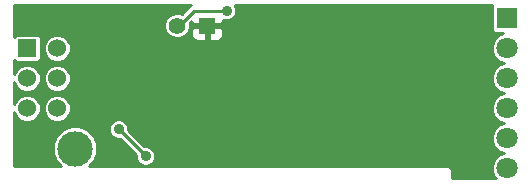
<source format=gbl>
G04 (created by PCBNEW (2013-07-07 BZR 4022)-stable) date 28/01/2014 11:02:56*
%MOIN*%
G04 Gerber Fmt 3.4, Leading zero omitted, Abs format*
%FSLAX34Y34*%
G01*
G70*
G90*
G04 APERTURE LIST*
%ADD10C,0.00590551*%
%ADD11R,0.055X0.055*%
%ADD12C,0.055*%
%ADD13R,0.06X0.06*%
%ADD14C,0.06*%
%ADD15R,0.0708661X0.0708661*%
%ADD16C,0.0708661*%
%ADD17C,0.11811*%
%ADD18C,0.035*%
%ADD19C,0.01*%
G04 APERTURE END LIST*
G54D10*
G54D11*
X76000Y-60250D03*
G54D12*
X75000Y-60250D03*
G54D13*
X70000Y-61000D03*
G54D14*
X71000Y-61000D03*
X70000Y-62000D03*
X71000Y-62000D03*
X70000Y-63000D03*
X71000Y-63000D03*
G54D15*
X86000Y-60000D03*
G54D16*
X86000Y-61000D03*
X86000Y-62000D03*
X86000Y-63000D03*
X86000Y-64000D03*
X86000Y-65000D03*
G54D17*
X71600Y-64350D03*
G54D18*
X73950Y-64600D03*
X73050Y-63700D03*
X76650Y-59750D03*
X72500Y-61500D03*
X77750Y-63000D03*
X77750Y-61500D03*
X84750Y-63250D03*
X84750Y-60250D03*
X84700Y-64500D03*
X84750Y-61500D03*
X78850Y-60900D03*
X78850Y-63850D03*
X72850Y-62400D03*
X76300Y-64300D03*
G54D19*
X73050Y-63700D02*
X73950Y-64600D01*
X75050Y-60250D02*
X75000Y-60250D01*
X75550Y-59750D02*
X75050Y-60250D01*
X76650Y-59750D02*
X75550Y-59750D01*
G54D10*
G36*
X85889Y-64500D02*
X85714Y-64572D01*
X85572Y-64713D01*
X85495Y-64899D01*
X85495Y-65099D01*
X85572Y-65285D01*
X85617Y-65330D01*
X84169Y-65330D01*
X84169Y-65100D01*
X84156Y-65035D01*
X84119Y-64980D01*
X84064Y-64943D01*
X84000Y-64930D01*
X76525Y-64930D01*
X76525Y-60475D01*
X76525Y-60362D01*
X76462Y-60300D01*
X76050Y-60300D01*
X76050Y-60712D01*
X76112Y-60775D01*
X76324Y-60775D01*
X76416Y-60737D01*
X76486Y-60666D01*
X76524Y-60574D01*
X76525Y-60475D01*
X76525Y-64930D01*
X75950Y-64930D01*
X75950Y-60712D01*
X75950Y-60300D01*
X75537Y-60300D01*
X75475Y-60362D01*
X75474Y-60475D01*
X75475Y-60574D01*
X75513Y-60666D01*
X75583Y-60737D01*
X75675Y-60775D01*
X75887Y-60775D01*
X75950Y-60712D01*
X75950Y-64930D01*
X74275Y-64930D01*
X74275Y-64535D01*
X74225Y-64416D01*
X74134Y-64324D01*
X74014Y-64275D01*
X73907Y-64274D01*
X73374Y-63742D01*
X73375Y-63635D01*
X73325Y-63516D01*
X73234Y-63424D01*
X73114Y-63375D01*
X72985Y-63374D01*
X72866Y-63424D01*
X72774Y-63515D01*
X72725Y-63635D01*
X72724Y-63764D01*
X72774Y-63883D01*
X72865Y-63975D01*
X72985Y-64024D01*
X73092Y-64025D01*
X73625Y-64557D01*
X73624Y-64664D01*
X73674Y-64783D01*
X73765Y-64875D01*
X73885Y-64924D01*
X74014Y-64925D01*
X74133Y-64875D01*
X74225Y-64784D01*
X74274Y-64664D01*
X74275Y-64535D01*
X74275Y-64930D01*
X72066Y-64930D01*
X72227Y-64770D01*
X72340Y-64497D01*
X72340Y-64203D01*
X72228Y-63931D01*
X72020Y-63722D01*
X71747Y-63609D01*
X71453Y-63609D01*
X71450Y-63610D01*
X71450Y-62910D01*
X71450Y-61910D01*
X71450Y-60910D01*
X71381Y-60745D01*
X71255Y-60618D01*
X71089Y-60550D01*
X70910Y-60549D01*
X70745Y-60618D01*
X70618Y-60744D01*
X70550Y-60910D01*
X70549Y-61089D01*
X70618Y-61254D01*
X70744Y-61381D01*
X70910Y-61449D01*
X71089Y-61450D01*
X71254Y-61381D01*
X71381Y-61255D01*
X71449Y-61089D01*
X71450Y-60910D01*
X71450Y-61910D01*
X71381Y-61745D01*
X71255Y-61618D01*
X71089Y-61550D01*
X70910Y-61549D01*
X70745Y-61618D01*
X70618Y-61744D01*
X70550Y-61910D01*
X70549Y-62089D01*
X70618Y-62254D01*
X70744Y-62381D01*
X70910Y-62449D01*
X71089Y-62450D01*
X71254Y-62381D01*
X71381Y-62255D01*
X71449Y-62089D01*
X71450Y-61910D01*
X71450Y-62910D01*
X71381Y-62745D01*
X71255Y-62618D01*
X71089Y-62550D01*
X70910Y-62549D01*
X70745Y-62618D01*
X70618Y-62744D01*
X70550Y-62910D01*
X70549Y-63089D01*
X70618Y-63254D01*
X70744Y-63381D01*
X70910Y-63449D01*
X71089Y-63450D01*
X71254Y-63381D01*
X71381Y-63255D01*
X71449Y-63089D01*
X71450Y-62910D01*
X71450Y-63610D01*
X71181Y-63721D01*
X70972Y-63929D01*
X70859Y-64202D01*
X70859Y-64496D01*
X70971Y-64768D01*
X71132Y-64930D01*
X69569Y-64930D01*
X69569Y-63136D01*
X69618Y-63254D01*
X69744Y-63381D01*
X69910Y-63449D01*
X70089Y-63450D01*
X70254Y-63381D01*
X70381Y-63255D01*
X70449Y-63089D01*
X70450Y-62910D01*
X70381Y-62745D01*
X70255Y-62618D01*
X70089Y-62550D01*
X69910Y-62549D01*
X69745Y-62618D01*
X69618Y-62744D01*
X69569Y-62862D01*
X69569Y-62136D01*
X69618Y-62254D01*
X69744Y-62381D01*
X69910Y-62449D01*
X70089Y-62450D01*
X70254Y-62381D01*
X70381Y-62255D01*
X70449Y-62089D01*
X70450Y-61910D01*
X70381Y-61745D01*
X70255Y-61618D01*
X70089Y-61550D01*
X69910Y-61549D01*
X69745Y-61618D01*
X69618Y-61744D01*
X69569Y-61862D01*
X69569Y-61377D01*
X69572Y-61384D01*
X69614Y-61427D01*
X69670Y-61449D01*
X69729Y-61450D01*
X70329Y-61450D01*
X70384Y-61427D01*
X70427Y-61385D01*
X70449Y-61329D01*
X70450Y-61270D01*
X70450Y-60670D01*
X70427Y-60615D01*
X70385Y-60572D01*
X70329Y-60550D01*
X70270Y-60549D01*
X69670Y-60549D01*
X69615Y-60572D01*
X69572Y-60614D01*
X69569Y-60622D01*
X69569Y-59569D01*
X75466Y-59569D01*
X75408Y-59608D01*
X75160Y-59856D01*
X75084Y-59825D01*
X74915Y-59824D01*
X74759Y-59889D01*
X74639Y-60008D01*
X74575Y-60165D01*
X74574Y-60334D01*
X74639Y-60490D01*
X74758Y-60610D01*
X74915Y-60674D01*
X75084Y-60675D01*
X75240Y-60610D01*
X75360Y-60491D01*
X75424Y-60334D01*
X75425Y-60165D01*
X75422Y-60160D01*
X75474Y-60107D01*
X75475Y-60137D01*
X75537Y-60200D01*
X75950Y-60200D01*
X75950Y-60192D01*
X76050Y-60192D01*
X76050Y-60200D01*
X76462Y-60200D01*
X76525Y-60137D01*
X76525Y-60050D01*
X76585Y-60074D01*
X76714Y-60075D01*
X76833Y-60025D01*
X76925Y-59934D01*
X76974Y-59814D01*
X76975Y-59685D01*
X76927Y-59569D01*
X85514Y-59569D01*
X85495Y-59615D01*
X85495Y-59675D01*
X85495Y-60384D01*
X85518Y-60439D01*
X85560Y-60481D01*
X85615Y-60504D01*
X85675Y-60504D01*
X85878Y-60504D01*
X85714Y-60572D01*
X85572Y-60713D01*
X85495Y-60899D01*
X85495Y-61099D01*
X85572Y-61285D01*
X85713Y-61427D01*
X85889Y-61500D01*
X85714Y-61572D01*
X85572Y-61713D01*
X85495Y-61899D01*
X85495Y-62099D01*
X85572Y-62285D01*
X85713Y-62427D01*
X85889Y-62500D01*
X85714Y-62572D01*
X85572Y-62713D01*
X85495Y-62899D01*
X85495Y-63099D01*
X85572Y-63285D01*
X85713Y-63427D01*
X85889Y-63500D01*
X85714Y-63572D01*
X85572Y-63713D01*
X85495Y-63899D01*
X85495Y-64099D01*
X85572Y-64285D01*
X85713Y-64427D01*
X85889Y-64500D01*
X85889Y-64500D01*
G37*
G54D19*
X85889Y-64500D02*
X85714Y-64572D01*
X85572Y-64713D01*
X85495Y-64899D01*
X85495Y-65099D01*
X85572Y-65285D01*
X85617Y-65330D01*
X84169Y-65330D01*
X84169Y-65100D01*
X84156Y-65035D01*
X84119Y-64980D01*
X84064Y-64943D01*
X84000Y-64930D01*
X76525Y-64930D01*
X76525Y-60475D01*
X76525Y-60362D01*
X76462Y-60300D01*
X76050Y-60300D01*
X76050Y-60712D01*
X76112Y-60775D01*
X76324Y-60775D01*
X76416Y-60737D01*
X76486Y-60666D01*
X76524Y-60574D01*
X76525Y-60475D01*
X76525Y-64930D01*
X75950Y-64930D01*
X75950Y-60712D01*
X75950Y-60300D01*
X75537Y-60300D01*
X75475Y-60362D01*
X75474Y-60475D01*
X75475Y-60574D01*
X75513Y-60666D01*
X75583Y-60737D01*
X75675Y-60775D01*
X75887Y-60775D01*
X75950Y-60712D01*
X75950Y-64930D01*
X74275Y-64930D01*
X74275Y-64535D01*
X74225Y-64416D01*
X74134Y-64324D01*
X74014Y-64275D01*
X73907Y-64274D01*
X73374Y-63742D01*
X73375Y-63635D01*
X73325Y-63516D01*
X73234Y-63424D01*
X73114Y-63375D01*
X72985Y-63374D01*
X72866Y-63424D01*
X72774Y-63515D01*
X72725Y-63635D01*
X72724Y-63764D01*
X72774Y-63883D01*
X72865Y-63975D01*
X72985Y-64024D01*
X73092Y-64025D01*
X73625Y-64557D01*
X73624Y-64664D01*
X73674Y-64783D01*
X73765Y-64875D01*
X73885Y-64924D01*
X74014Y-64925D01*
X74133Y-64875D01*
X74225Y-64784D01*
X74274Y-64664D01*
X74275Y-64535D01*
X74275Y-64930D01*
X72066Y-64930D01*
X72227Y-64770D01*
X72340Y-64497D01*
X72340Y-64203D01*
X72228Y-63931D01*
X72020Y-63722D01*
X71747Y-63609D01*
X71453Y-63609D01*
X71450Y-63610D01*
X71450Y-62910D01*
X71450Y-61910D01*
X71450Y-60910D01*
X71381Y-60745D01*
X71255Y-60618D01*
X71089Y-60550D01*
X70910Y-60549D01*
X70745Y-60618D01*
X70618Y-60744D01*
X70550Y-60910D01*
X70549Y-61089D01*
X70618Y-61254D01*
X70744Y-61381D01*
X70910Y-61449D01*
X71089Y-61450D01*
X71254Y-61381D01*
X71381Y-61255D01*
X71449Y-61089D01*
X71450Y-60910D01*
X71450Y-61910D01*
X71381Y-61745D01*
X71255Y-61618D01*
X71089Y-61550D01*
X70910Y-61549D01*
X70745Y-61618D01*
X70618Y-61744D01*
X70550Y-61910D01*
X70549Y-62089D01*
X70618Y-62254D01*
X70744Y-62381D01*
X70910Y-62449D01*
X71089Y-62450D01*
X71254Y-62381D01*
X71381Y-62255D01*
X71449Y-62089D01*
X71450Y-61910D01*
X71450Y-62910D01*
X71381Y-62745D01*
X71255Y-62618D01*
X71089Y-62550D01*
X70910Y-62549D01*
X70745Y-62618D01*
X70618Y-62744D01*
X70550Y-62910D01*
X70549Y-63089D01*
X70618Y-63254D01*
X70744Y-63381D01*
X70910Y-63449D01*
X71089Y-63450D01*
X71254Y-63381D01*
X71381Y-63255D01*
X71449Y-63089D01*
X71450Y-62910D01*
X71450Y-63610D01*
X71181Y-63721D01*
X70972Y-63929D01*
X70859Y-64202D01*
X70859Y-64496D01*
X70971Y-64768D01*
X71132Y-64930D01*
X69569Y-64930D01*
X69569Y-63136D01*
X69618Y-63254D01*
X69744Y-63381D01*
X69910Y-63449D01*
X70089Y-63450D01*
X70254Y-63381D01*
X70381Y-63255D01*
X70449Y-63089D01*
X70450Y-62910D01*
X70381Y-62745D01*
X70255Y-62618D01*
X70089Y-62550D01*
X69910Y-62549D01*
X69745Y-62618D01*
X69618Y-62744D01*
X69569Y-62862D01*
X69569Y-62136D01*
X69618Y-62254D01*
X69744Y-62381D01*
X69910Y-62449D01*
X70089Y-62450D01*
X70254Y-62381D01*
X70381Y-62255D01*
X70449Y-62089D01*
X70450Y-61910D01*
X70381Y-61745D01*
X70255Y-61618D01*
X70089Y-61550D01*
X69910Y-61549D01*
X69745Y-61618D01*
X69618Y-61744D01*
X69569Y-61862D01*
X69569Y-61377D01*
X69572Y-61384D01*
X69614Y-61427D01*
X69670Y-61449D01*
X69729Y-61450D01*
X70329Y-61450D01*
X70384Y-61427D01*
X70427Y-61385D01*
X70449Y-61329D01*
X70450Y-61270D01*
X70450Y-60670D01*
X70427Y-60615D01*
X70385Y-60572D01*
X70329Y-60550D01*
X70270Y-60549D01*
X69670Y-60549D01*
X69615Y-60572D01*
X69572Y-60614D01*
X69569Y-60622D01*
X69569Y-59569D01*
X75466Y-59569D01*
X75408Y-59608D01*
X75160Y-59856D01*
X75084Y-59825D01*
X74915Y-59824D01*
X74759Y-59889D01*
X74639Y-60008D01*
X74575Y-60165D01*
X74574Y-60334D01*
X74639Y-60490D01*
X74758Y-60610D01*
X74915Y-60674D01*
X75084Y-60675D01*
X75240Y-60610D01*
X75360Y-60491D01*
X75424Y-60334D01*
X75425Y-60165D01*
X75422Y-60160D01*
X75474Y-60107D01*
X75475Y-60137D01*
X75537Y-60200D01*
X75950Y-60200D01*
X75950Y-60192D01*
X76050Y-60192D01*
X76050Y-60200D01*
X76462Y-60200D01*
X76525Y-60137D01*
X76525Y-60050D01*
X76585Y-60074D01*
X76714Y-60075D01*
X76833Y-60025D01*
X76925Y-59934D01*
X76974Y-59814D01*
X76975Y-59685D01*
X76927Y-59569D01*
X85514Y-59569D01*
X85495Y-59615D01*
X85495Y-59675D01*
X85495Y-60384D01*
X85518Y-60439D01*
X85560Y-60481D01*
X85615Y-60504D01*
X85675Y-60504D01*
X85878Y-60504D01*
X85714Y-60572D01*
X85572Y-60713D01*
X85495Y-60899D01*
X85495Y-61099D01*
X85572Y-61285D01*
X85713Y-61427D01*
X85889Y-61500D01*
X85714Y-61572D01*
X85572Y-61713D01*
X85495Y-61899D01*
X85495Y-62099D01*
X85572Y-62285D01*
X85713Y-62427D01*
X85889Y-62500D01*
X85714Y-62572D01*
X85572Y-62713D01*
X85495Y-62899D01*
X85495Y-63099D01*
X85572Y-63285D01*
X85713Y-63427D01*
X85889Y-63500D01*
X85714Y-63572D01*
X85572Y-63713D01*
X85495Y-63899D01*
X85495Y-64099D01*
X85572Y-64285D01*
X85713Y-64427D01*
X85889Y-64500D01*
M02*

</source>
